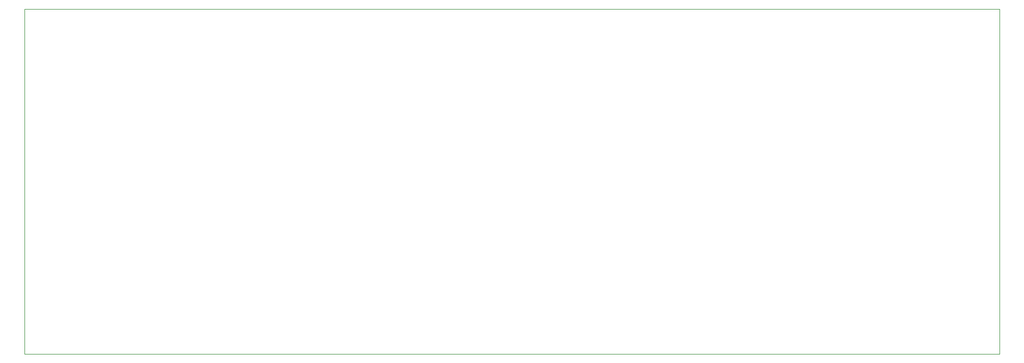
<source format=gbr>
%TF.GenerationSoftware,KiCad,Pcbnew,7.0.2*%
%TF.CreationDate,2023-06-28T00:57:02+01:00*%
%TF.ProjectId,SPI-Z80-BUS_ZXspectrum_impl,5350492d-5a38-4302-9d42-55535f5a5873,rev?*%
%TF.SameCoordinates,PX3473bc0PY19bfcc0*%
%TF.FileFunction,Profile,NP*%
%FSLAX46Y46*%
G04 Gerber Fmt 4.6, Leading zero omitted, Abs format (unit mm)*
G04 Created by KiCad (PCBNEW 7.0.2) date 2023-06-28 00:57:02*
%MOMM*%
%LPD*%
G01*
G04 APERTURE LIST*
%TA.AperFunction,Profile*%
%ADD10C,0.050000*%
%TD*%
G04 APERTURE END LIST*
D10*
X0Y0D02*
X155000000Y0D01*
X155000000Y-55000000D01*
X0Y-55000000D01*
X0Y0D01*
M02*

</source>
